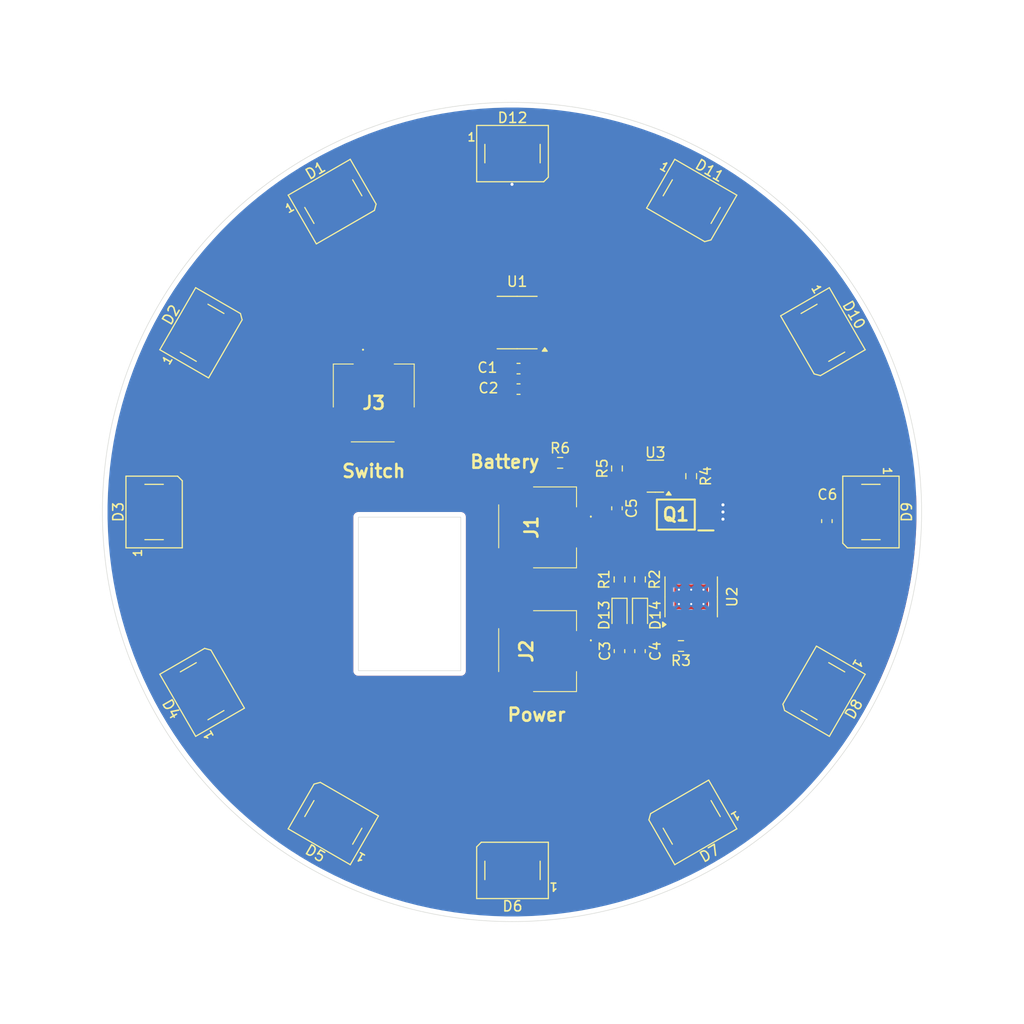
<source format=kicad_pcb>
(kicad_pcb (version 20241229) (generator "pcbnew") (generator_version "9.0")
  (layers (0 "F.Cu" signal) (2 "B.Cu" signal) (13 "F.Paste" user) (15 "B.Paste" user) (5 "F.SilkS" user "F.Silkscreen") (7 "B.SilkS" user "B.Silkscreen") (1 "F.Mask" user) (3 "B.Mask" user) (25 "Edge.Cuts" user))
  (net 0 "")
  (net 1 "Vin+")
  (net 2 "Net-(U3-VCC)")
  (net 3 "GND")
  (net 4 "DIN")
  (net 5 "DATA1")
  (net 6 "DATA2")
  (net 7 "Net-(D10-DIN)")
  (net 8 "Net-(D10-DOUT)")
  (net 9 "DOUT")
  (net 10 "Net-(D13-K)")
  (net 11 "Net-(D14-K)")
  (net 12 "SW")
  (net 13 "Net-(Q1-G2)")
  (net 14 "Net-(Q1-G1)")
  (net 17 "Net-(U3-CS)")
  (net 18 "Net-(U2-PROG)")
  (net 19 "Net-(U2-~{CHRG})")
  (net 20 "Net-(U2-~{STDBY})")
  (net 25 "Net-(D1-DOUT)")
  (net 26 "Net-(D2-DOUT)")
  (net 27 "Net-(D3-DOUT)")
  (net 28 "Net-(D5-DOUT)")
  (net 29 "Net-(D6-DOUT)")
  (net 30 "Net-(D7-DOUT)")
  (net 31 "Net-(D11-DOUT)")
  (net 32 "+BATT")
  (net 33 "-BATT")
  (footprint "SamacSys_Parts:S2BPHSM4TBLFSN" (layer "F.Cu") (at 136.5 89.35 180)
    (property "Reference" "J3" (at 0 0 0) (layer "F.SilkS") (effects (font (size 1.27 1.27) (thickness 0.254))))
    (property "Value" "Switch" (at 0 -6.65 0) (layer "F.SilkS") (effects (font (size 1.27 1.27) (thickness 0.254))))
    (pad "1" smd rect (at 1 3.25 180) (size 1 3.5) (layers "F.Cu" "F.Mask" "F.Paste") (net 12 "SW"))
    (pad "2" smd rect (at -1 3.25 180) (size 1 3.5) (layers "F.Cu" "F.Mask" "F.Paste") (net 3 "GND"))
    (pad "MP1" smd rect (at 3.35 -2.5 180) (size 1.5 3.4) (layers "F.Cu" "F.Mask" "F.Paste"))
    (pad "MP2" smd rect (at -3.35 -2.5 180) (size 1.5 3.4) (layers "F.Cu" "F.Mask" "F.Paste"))
  )
  (footprint "Resistor_SMD:R_0603_1608Metric_Pad0.98x0.95mm_HandSolder" (layer "F.Cu") (at 167.5 96.5 -90)
    (property "Reference" "R4" (at 0 -1.43 90) (layer "F.SilkS"))
    (property "Value" "1k")
    (pad "1" smd roundrect (at -0.9125 0 270) (size 0.975 0.95) (layers "F.Cu" "F.Mask" "F.Paste") (net 3 "GND"))
    (pad "2" smd roundrect (at 0.9125 0 270) (size 0.975 0.95) (layers "F.Cu" "F.Mask" "F.Paste") (net 17 "Net-(U3-CS)"))
  )
  (footprint "LED_SMD:LED_0603_1608Metric_Pad1.05x0.95mm_HandSolder" (layer "F.Cu") (at 162.5 110.0875 -90)
    (property "Reference" "D14" (at 0 -1.5 90) (layer "F.SilkS"))
    (property "Value" "Red")
    (pad "1" smd roundrect (at -0.875 0 270) (size 1.05 0.95) (layers "F.Cu" "F.Mask" "F.Paste") (net 11 "Net-(D14-K)"))
    (pad "2" smd roundrect (at 0.875 0 270) (size 1.05 0.95) (layers "F.Cu" "F.Mask" "F.Paste") (net 1 "Vin+"))
  )
  (footprint "LED_SMD:LED_0603_1608Metric_Pad1.05x0.95mm_HandSolder" (layer "F.Cu") (at 160.5 110.0875 -90)
    (property "Reference" "D13" (at 0 1.5 90) (layer "F.SilkS"))
    (property "Value" "Blue")
    (pad "1" smd roundrect (at -0.875 0 270) (size 1.05 0.95) (layers "F.Cu" "F.Mask" "F.Paste") (net 10 "Net-(D13-K)"))
    (pad "2" smd roundrect (at 0.875 0 270) (size 1.05 0.95) (layers "F.Cu" "F.Mask" "F.Paste") (net 1 "Vin+"))
  )
  (footprint "LED_SMD:LED_WS2812B_PLCC4_5.0x5.0mm_P3.2mm" (layer "F.Cu") (at 119.739111 117.5 120)
    (property "Reference" "D4" (at 0 -3.499999 120) (layer "F.SilkS"))
    (property "Value" "WS2812B")
    (fp_text user "1" (at -4 -1.599999 120) (layer "F.SilkS") (effects (font (size 0.8 0.8))))
    (pad "1" smd roundrect (at -2.45 -1.65 120) (size 1.5 0.9) (layers "F.Cu" "F.Mask" "F.Paste") (roundrect_rratio 0.1) (net 32 "+BATT"))
    (pad "2" smd roundrect (at -2.45 1.65 120) (size 1.5 0.9) (layers "F.Cu" "F.Mask" "F.Paste") (roundrect_rratio 0.1) (net 5 "DATA1"))
    (pad "3" smd roundrect (at 2.45 1.65 120) (size 1.5 0.9) (layers "F.Cu" "F.Mask" "F.Paste") (roundrect_rratio 0.1) (net 3 "GND"))
    (pad "4" smd roundrect (at 2.45 -1.65 120) (size 1.5 0.9) (layers "F.Cu" "F.Mask" "F.Paste") (roundrect_rratio 0.1) (net 27 "Net-(D3-DOUT)"))
  )
  (footprint "SamacSys_Parts:S2BPHSM4TBLFSN" (layer "F.Cu") (at 152.5 113.5875 90)
    (property "Reference" "J2" (at 0 -1.1 90) (layer "F.SilkS") (effects (font (size 1.27 1.27) (thickness 0.254))))
    (property "Value" "Power" (at -6.2125 -0.1 180) (layer "F.SilkS") (effects (font (size 1.27 1.27) (thickness 0.254))))
    (pad "1" smd rect (at 1 3.25 90) (size 1 3.5) (layers "F.Cu" "F.Mask" "F.Paste") (net 3 "GND"))
    (pad "2" smd rect (at -1 3.25 90) (size 1 3.5) (layers "F.Cu" "F.Mask" "F.Paste") (net 1 "Vin+"))
    (pad "MP1" smd rect (at 3.35 -2.5 90) (size 1.5 3.4) (layers "F.Cu" "F.Mask" "F.Paste"))
    (pad "MP2" smd rect (at -3.35 -2.5 90) (size 1.5 3.4) (layers "F.Cu" "F.Mask" "F.Paste"))
  )
  (footprint "Resistor_SMD:R_0603_1608Metric_Pad0.98x0.95mm_HandSolder" (layer "F.Cu") (at 154.7 95.2)
    (property "Reference" "R6" (at 0 -1.43 0) (layer "F.SilkS"))
    (property "Value" "0R")
    (pad "1" smd roundrect (at -0.9125 0) (size 0.975 0.95) (layers "F.Cu" "F.Mask" "F.Paste") (net 3 "GND"))
    (pad "2" smd roundrect (at 0.9125 0) (size 0.975 0.95) (layers "F.Cu" "F.Mask" "F.Paste") (net 33 "-BATT"))
  )
  (footprint "LED_SMD:LED_WS2812B_PLCC4_5.0x5.0mm_P3.2mm" (layer "F.Cu") (at 167.549999 69.68911 -30)
    (property "Reference" "D11" (at 0 -3.5 -30) (layer "F.SilkS"))
    (property "Value" "WS2812B")
    (fp_text user "1" (at -4.000001 -1.6 -30) (layer "F.SilkS") (effects (font (size 0.8 0.8))))
    (pad "1" smd roundrect (at -2.45 -1.65 330) (size 1.5 0.9) (layers "F.Cu" "F.Mask" "F.Paste") (roundrect_rratio 0.1) (net 32 "+BATT"))
    (pad "2" smd roundrect (at -2.45 1.65 330) (size 1.5 0.9) (layers "F.Cu" "F.Mask" "F.Paste") (roundrect_rratio 0.1) (net 31 "Net-(D11-DOUT)"))
    (pad "3" smd roundrect (at 2.45 1.65 330) (size 1.5 0.9) (layers "F.Cu" "F.Mask" "F.Paste") (roundrect_rratio 0.1) (net 3 "GND"))
    (pad "4" smd roundrect (at 2.45 -1.65 330) (size 1.5 0.9) (layers "F.Cu" "F.Mask" "F.Paste") (roundrect_rratio 0.1) (net 8 "Net-(D10-DOUT)"))
  )
  (footprint "Package_SO:SOIC-8_3.9x4.9mm_P1.27mm" (layer "F.Cu") (at 150.5 81.5 180)
    (property "Reference" "U1" (at 0 4 0) (layer "F.SilkS"))
    (property "Value" "ATtiny402-SS")
    (pad "1" smd roundrect (at -2.475 -1.905 180) (size 1.95 0.6) (layers "F.Cu" "F.Mask" "F.Paste") (net 32 "+BATT"))
    (pad "2" smd roundrect (at -2.475 -0.635 180) (size 1.95 0.6) (layers "F.Cu" "F.Mask" "F.Paste"))
    (pad "3" smd roundrect (at -2.475 0.635 180) (size 1.95 0.6) (layers "F.Cu" "F.Mask" "F.Paste"))
    (pad "4" smd roundrect (at -2.475 1.905 180) (size 1.95 0.6) (layers "F.Cu" "F.Mask" "F.Paste") (net 4 "DIN"))
    (pad "5" smd roundrect (at 2.475 1.905 180) (size 1.95 0.6) (layers "F.Cu" "F.Mask" "F.Paste") (net 12 "SW"))
    (pad "6" smd roundrect (at 2.475 0.635 180) (size 1.95 0.6) (layers "F.Cu" "F.Mask" "F.Paste"))
    (pad "7" smd roundrect (at 2.475 -0.635 180) (size 1.95 0.6) (layers "F.Cu" "F.Mask" "F.Paste") (net 9 "DOUT"))
    (pad "8" smd roundrect (at 2.475 -1.905 180) (size 1.95 0.6) (layers "F.Cu" "F.Mask" "F.Paste") (net 3 "GND"))
  )
  (footprint "Package_SO:SOIC-8-1EP_3.9x4.9mm_P1.27mm_EP2.41x3.3mm_ThermalVias" (layer "F.Cu") (at 167.5 108.287497 90)
    (property "Reference" "U2" (at 0 4 90) (layer "F.SilkS"))
    (property "Value" "TP4056-42-ESOP8")
    (pad "1" smd roundrect (at -2.475 -1.905 90) (size 1.95 0.6) (layers "F.Cu" "F.Mask" "F.Paste") (net 3 "GND"))
    (pad "2" smd roundrect (at -2.475 -0.635 90) (size 1.95 0.6) (layers "F.Cu" "F.Mask" "F.Paste") (net 18 "Net-(U2-PROG)"))
    (pad "3" smd roundrect (at -2.475 0.635 90) (size 1.95 0.6) (layers "F.Cu" "F.Mask" "F.Paste") (net 3 "GND"))
    (pad "4" smd roundrect (at -2.475 1.905 90) (size 1.95 0.6) (layers "F.Cu" "F.Mask" "F.Paste") (net 1 "Vin+"))
    (pad "5" smd roundrect (at 2.475 1.905 90) (size 1.95 0.6) (layers "F.Cu" "F.Mask" "F.Paste") (net 32 "+BATT"))
    (pad "6" smd roundrect (at 2.475 0.635 90) (size 1.95 0.6) (layers "F.Cu" "F.Mask" "F.Paste") (net 20 "Net-(U2-~{STDBY})"))
    (pad "7" smd roundrect (at 2.475 -0.635 90) (size 1.95 0.6) (layers "F.Cu" "F.Mask" "F.Paste") (net 19 "Net-(U2-~{CHRG})"))
    (pad "8" smd roundrect (at 2.475 -1.905 90) (size 1.95 0.6) (layers "F.Cu" "F.Mask" "F.Paste") (net 1 "Vin+"))
    (pad "9" thru_hole circle (at -0.7 -1.2 90) (size 0.5 0.5) (drill 0.2) (property pad_prop_heatsink) (layers "*.Cu") (net 3 "GND"))
    (pad "9" thru_hole circle (at -0.7 0 90) (size 0.5 0.5) (drill 0.2) (property pad_prop_heatsink) (layers "*.Cu") (net 3 "GND"))
    (pad "9" thru_hole circle (at -0.7 1.2 90) (size 0.5 0.5) (drill 0.2) (property pad_prop_heatsink) (layers "*.Cu") (net 3 "GND"))
    (pad "9" smd rect (at 0 0 90) (size 1.9 2.9) (property pad_prop_heatsink) (layers "B.Cu") (net 3 "GND"))
    (pad "9" smd rect (at 0 0 90) (size 2.41 3.3) (property pad_prop_heatsink) (layers "F.Cu" "F.Mask") (net 3 "GND"))
    (pad "9" thru_hole circle (at 0.7 -1.2 90) (size 0.5 0.5) (drill 0.2) (property pad_prop_heatsink) (layers "*.Cu") (net 3 "GND"))
    (pad "9" thru_hole circle (at 0.7 0 90) (size 0.5 0.5) (drill 0.2) (property pad_prop_heatsink) (layers "*.Cu") (net 3 "GND"))
    (pad "9" thru_hole circle (at 0.7 1.2 90) (size 0.5 0.5) (drill 0.2) (property pad_prop_heatsink) (layers "*.Cu") (net 3 "GND"))
  )
  (footprint "LED_SMD:LED_WS2812B_PLCC4_5.0x5.0mm_P3.2mm" (layer "F.Cu") (at 115.05 100 90)
    (property "Reference" "D3" (at 0 -3.5 90) (layer "F.SilkS"))
    (property "Value" "WS2812B")
    (fp_text user "1" (at -4 -1.6 90) (layer "F.SilkS") (effects (font (size 0.8 0.8))))
    (pad "1" smd roundrect (at -2.45 -1.65 90) (size 1.5 0.9) (layers "F.Cu" "F.Mask" "F.Paste") (roundrect_rratio 0.1) (net 32 "+BATT"))
    (pad "2" smd roundrect (at -2.45 1.65 90) (size 1.5 0.9) (layers "F.Cu" "F.Mask" "F.Paste") (roundrect_rratio 0.1) (net 27 "Net-(D3-DOUT)"))
    (pad "3" smd roundrect (at 2.45 1.65 90) (size 1.5 0.9) (layers "F.Cu" "F.Mask" "F.Paste") (roundrect_rratio 0.1) (net 3 "GND"))
    (pad "4" smd roundrect (at 2.45 -1.65 90) (size 1.5 0.9) (layers "F.Cu" "F.Mask" "F.Paste") (roundrect_rratio 0.1) (net 26 "Net-(D2-DOUT)"))
  )
  (footprint "LED_SMD:LED_WS2812B_PLCC4_5.0x5.0mm_P3.2mm" (layer "F.Cu") (at 180.360889 82.499999 -60)
    (property "Reference" "D10" (at 0 -3.499999 -60) (layer "F.SilkS"))
    (property "Value" "WS2812B")
    (fp_text user "1" (at -4.000001 -1.6 -60) (layer "F.SilkS") (effects (font (size 0.8 0.8))))
    (pad "1" smd roundrect (at -2.45 -1.65 300) (size 1.5 0.9) (layers "F.Cu" "F.Mask" "F.Paste") (roundrect_rratio 0.1) (net 32 "+BATT"))
    (pad "2" smd roundrect (at -2.45 1.65 300) (size 1.5 0.9) (layers "F.Cu" "F.Mask" "F.Paste") (roundrect_rratio 0.1) (net 8 "Net-(D10-DOUT)"))
    (pad "3" smd roundrect (at 2.45 1.65 300) (size 1.5 0.9) (layers "F.Cu" "F.Mask" "F.Paste") (roundrect_rratio 0.1) (net 3 "GND"))
    (pad "4" smd roundrect (at 2.45 -1.65 300) (size 1.5 0.9) (layers "F.Cu" "F.Mask" "F.Paste") (roundrect_rratio 0.1) (net 7 "Net-(D10-DIN)"))
  )
  (footprint "Package_TO_SOT_SMD:SOT-23-6" (layer "F.Cu") (at 164 96.5 180)
    (property "Reference" "U3" (at 0 2.3 0) (layer "F.SilkS"))
    (property "Value" "DW01A")
    (pad "1" smd roundrect (at -1.1375 -0.95 180) (size 1.325 0.6) (layers "F.Cu" "F.Mask" "F.Paste") (net 13 "Net-(Q1-G2)"))
    (pad "2" smd roundrect (at -1.1375 0 180) (size 1.325 0.6) (layers "F.Cu" "F.Mask" "F.Paste") (net 17 "Net-(U3-CS)"))
    (pad "3" smd roundrect (at -1.1375 0.95 180) (size 1.325 0.6) (layers "F.Cu" "F.Mask" "F.Paste") (net 14 "Net-(Q1-G1)"))
    (pad "4" smd roundrect (at 1.1375 0.95 180) (size 1.325 0.6) (layers "F.Cu" "F.Mask" "F.Paste"))
    (pad "5" smd roundrect (at 1.1375 0 180) (size 1.325 0.6) (layers "F.Cu" "F.Mask" "F.Paste") (net 2 "Net-(U3-VCC)"))
    (pad "6" smd roundrect (at 1.1375 -0.95 180) (size 1.325 0.6) (layers "F.Cu" "F.Mask" "F.Paste") (net 33 "-BATT"))
  )
  (footprint "Capacitor_SMD:C_0603_1608Metric_Pad1.08x0.95mm_HandSolder" (layer "F.Cu") (at 162.5 113.587497 90)
    (property "Reference" "C4" (at 0 1.5 90) (layer "F.SilkS"))
    (property "Value" "100n")
    (pad "1" smd roundrect (at -0.8625 0 90) (size 1.075 0.95) (layers "F.Cu" "F.Mask" "F.Paste") (net 1 "Vin+"))
    (pad "2" smd roundrect (at 0.8625 0 90) (size 1.075 0.95) (layers "F.Cu" "F.Mask" "F.Paste") (net 3 "GND"))
  )
  (footprint "LED_SMD:LED_WS2812B_PLCC4_5.0x5.0mm_P3.2mm" (layer "F.Cu") (at 119.739111 82.499999 60)
    (property "Reference" "D2" (at 0 -3.499999 60) (layer "F.SilkS"))
    (property "Value" "WS2812B")
    (fp_text user "1" (at -3.999999 -1.6 60) (layer "F.SilkS") (effects (font (size 0.8 0.8))))
    (pad "1" smd roundrect (at -2.45 -1.65 60) (size 1.5 0.9) (layers "F.Cu" "F.Mask" "F.Paste") (roundrect_rratio 0.1) (net 32 "+BATT"))
    (pad "2" smd roundrect (at -2.45 1.65 60) (size 1.5 0.9) (layers "F.Cu" "F.Mask" "F.Paste") (roundrect_rratio 0.1) (net 26 "Net-(D2-DOUT)"))
    (pad "3" smd roundrect (at 2.45 1.65 60) (size 1.5 0.9) (layers "F.Cu" "F.Mask" "F.Paste") (roundrect_rratio 0.1) (net 3 "GND"))
    (pad "4" smd roundrect (at 2.45 -1.65 60) (size 1.5 0.9) (layers "F.Cu" "F.Mask" "F.Paste") (roundrect_rratio 0.1) (net 25 "Net-(D1-DOUT)"))
  )
  (footprint "Resistor_SMD:R_0603_1608Metric_Pad0.98x0.95mm_HandSolder" (layer "F.Cu") (at 160.25 95.75 90)
    (property "Reference" "R5" (at 0 -1.43 90) (layer "F.SilkS"))
    (property "Value" "100")
    (pad "1" smd roundrect (at -0.9125 0 90) (size 0.975 0.95) (layers "F.Cu" "F.Mask" "F.Paste") (net 2 "Net-(U3-VCC)"))
    (pad "2" smd roundrect (at 0.9125 0 90) (size 0.975 0.95) (layers "F.Cu" "F.Mask" "F.Paste") (net 32 "+BATT"))
  )
  (footprint "LED_SMD:LED_WS2812B_PLCC4_5.0x5.0mm_P3.2mm" (layer "F.Cu") (at 167.549999 130.310889 -150)
    (property "Reference" "D7" (at 0 -3.499999 -150) (layer "F.SilkS"))
    (property "Value" "WS2812B")
    (fp_text user "1" (at -4 -1.599999 -150) (layer "F.SilkS") (effects (font (size 0.8 0.8))))
    (pad "1" smd roundrect (at -2.45 -1.65 210) (size 1.5 0.9) (layers "F.Cu" "F.Mask" "F.Paste") (roundrect_rratio 0.1) (net 32 "+BATT"))
    (pad "2" smd roundrect (at -2.45 1.65 210) (size 1.5 0.9) (layers "F.Cu" "F.Mask" "F.Paste") (roundrect_rratio 0.1) (net 30 "Net-(D7-DOUT)"))
    (pad "3" smd roundrect (at 2.45 1.65 210) (size 1.5 0.9) (layers "F.Cu" "F.Mask" "F.Paste") (roundrect_rratio 0.1) (net 3 "GND"))
    (pad "4" smd roundrect (at 2.45 -1.65 210) (size 1.5 0.9) (layers "F.Cu" "F.Mask" "F.Paste") (roundrect_rratio 0.1) (net 29 "Net-(D6-DOUT)"))
  )
  (footprint "Capacitor_SMD:C_0603_1608Metric_Pad1.08x0.95mm_HandSolder" (layer "F.Cu") (at 160.5 113.5875 90)
    (property "Reference" "C3" (at 0 -1.43 90) (layer "F.SilkS"))
    (property "Value" "10u")
    (pad "1" smd roundrect (at -0.8625 0 90) (size 1.075 0.95) (layers "F.Cu" "F.Mask" "F.Paste") (net 1 "Vin+"))
    (pad "2" smd roundrect (at 0.8625 0 90) (size 1.075 0.95) (layers "F.Cu" "F.Mask" "F.Paste") (net 3 "GND"))
  )
  (footprint "Capacitor_SMD:C_0603_1608Metric_Pad1.08x0.95mm_HandSolder" (layer "F.Cu") (at 150.6375 88 180)
    (property "Reference" "C2" (at 2.9375 0.1 0) (layer "F.SilkS"))
    (property "Value" "100n")
    (pad "1" smd roundrect (at -0.8625 0 180) (size 1.075 0.95) (layers "F.Cu" "F.Mask" "F.Paste") (net 32 "+BATT"))
    (pad "2" smd roundrect (at 0.8625 0 180) (size 1.075 0.95) (layers "F.Cu" "F.Mask" "F.Paste") (net 3 "GND"))
  )
  (footprint "SamacSys_Parts:S2BPHSM4TBLFSN" (layer "F.Cu") (at 152.5 101.5 90)
    (property "Reference" "J1" (at 0 -0.6 90) (layer "F.SilkS") (effects (font (size 1.27 1.27) (thickness 0.254))))
    (property "Value" "Battery" (at 6.4 -3.2 180) (layer "F.SilkS") (effects (font (size 1.27 1.27) (thickness 0.254))))
    (pad "1" smd rect (at 1 3.25 90) (size 1 3.5) (layers "F.Cu" "F.Mask" "F.Paste") (net 33 "-BATT"))
    (pad "2" smd rect (at -1 3.25 90) (size 1 3.5) (layers "F.Cu" "F.Mask" "F.Paste") (net 32 "+BATT"))
    (pad "MP1" smd rect (at 3.35 -2.5 90) (size 1.5 3.4) (layers "F.Cu" "F.Mask" "F.Paste"))
    (pad "MP2" smd rect (at -3.35 -2.5 90) (size 1.5 3.4) (layers "F.Cu" "F.Mask" "F.Paste"))
  )
  (footprint "Capacitor_SMD:C_0603_1608Metric_Pad1.08x0.95mm_HandSolder" (layer "F.Cu") (at 180.75 100.8875 -90)
    (property "Reference" "C6" (at -2.5875 -0.05 0) (layer "F.SilkS"))
    (property "Value" "10u")
    (pad "1" smd roundrect (at -0.8625 0 270) (size 1.075 0.95) (layers "F.Cu" "F.Mask" "F.Paste") (net 32 "+BATT"))
    (pad "2" smd roundrect (at 0.8625 0 270) (size 1.075 0.95) (layers "F.Cu" "F.Mask" "F.Paste") (net 3 "GND"))
  )
  (footprint "LED_SMD:LED_WS2812B_PLCC4_5.0x5.0mm_P3.2mm" (layer "F.Cu") (at 132.55 69.68911 30)
    (property "Reference" "D1" (at 0 -3.5 30) (layer "F.SilkS"))
    (property "Value" "WS2812B")
    (fp_text user "1" (at -3.999999 -1.6 30) (layer "F.SilkS") (effects (font (size 0.8 0.8))))
    (pad "1" smd roundrect (at -2.45 -1.65 30) (size 1.5 0.9) (layers "F.Cu" "F.Mask" "F.Paste") (roundrect_rratio 0.1) (net 32 "+BATT"))
    (pad "2" smd roundrect (at -2.45 1.65 30) (size 1.5 0.9) (layers "F.Cu" "F.Mask" "F.Paste") (roundrect_rratio 0.1) (net 25 "Net-(D1-DOUT)"))
    (pad "3" smd roundrect (at 2.45 1.65 30) (size 1.5 0.9) (layers "F.Cu" "F.Mask" "F.Paste") (roundrect_rratio 0.1) (net 3 "GND"))
    (pad "4" smd roundrect (at 2.45 -1.65 30) (size 1.5 0.9) (layers "F.Cu" "F.Mask" "F.Paste") (roundrect_rratio 0.1) (net 4 "DIN"))
  )
  (footprint "LED_SMD:LED_WS2812B_PLCC4_5.0x5.0mm_P3.2mm" (layer "F.Cu") (at 180.360889 117.499999 -120)
    (property "Reference" "D8" (at 0 -3.499999 -120) (layer "F.SilkS"))
    (property "Value" "WS2812B")
    (fp_text user "1" (at -4 -1.599999 -120) (layer "F.SilkS") (effects (font (size 0.8 0.8))))
    (pad "1" smd roundrect (at -2.45 -1.65 240) (size 1.5 0.9) (layers "F.Cu" "F.Mask" "F.Paste") (roundrect_rratio 0.1) (net 32 "+BATT"))
    (pad "2" smd roundrect (at -2.45 1.65 240) (size 1.5 0.9) (layers "F.Cu" "F.Mask" "F.Paste") (roundrect_rratio 0.1) (net 6 "DATA2"))
    (pad "3" smd roundrect (at 2.45 1.65 240) (size 1.5 0.9) (layers "F.Cu" "F.Mask" "F.Paste") (roundrect_rratio 0.1) (net 3 "GND"))
    (pad "4" smd roundrect (at 2.45 -1.65 240) (size 1.5 0.9) (layers "F.Cu" "F.Mask" "F.Paste") (roundrect_rratio 0.1) (net 30 "Net-(D7-DOUT)"))
  )
  (footprint "Resistor_SMD:R_0603_1608Metric_Pad0.98x0.95mm_HandSolder" (layer "F.Cu") (at 160.5 106.5875 -90)
    (property "Reference" "R1" (at 0 1.5 90) (layer "F.SilkS"))
    (property "Value" "1k")
    (pad "1" smd roundrect (at -0.9125 0 270) (size 0.975 0.95) (layers "F.Cu" "F.Mask" "F.Paste") (net 20 "Net-(U2-~{STDBY})"))
    (pad "2" smd roundrect (at 0.9125 0 270) (size 0.975 0.95) (layers "F.Cu" "F.Mask" "F.Paste") (net 10 "Net-(D13-K)"))
  )
  (footprint "Capacitor_SMD:C_0603_1608Metric_Pad1.08x0.95mm_HandSolder" (layer "F.Cu") (at 160.25 99.6375 -90)
    (property "Reference" "C5" (at 0 -1.43 90) (layer "F.SilkS"))
    (property "Value" "100n")
    (pad "1" smd roundrect (at -0.8625 0 270) (size 1.075 0.95) (layers "F.Cu" "F.Mask" "F.Paste") (net 2 "Net-(U3-VCC)"))
    (pad "2" smd roundrect (at 0.8625 0 270) (size 1.075 0.95) (layers "F.Cu" "F.Mask" "F.Paste") (net 33 "-BATT"))
  )
  (footprint "LED_SMD:LED_WS2812B_PLCC4_5.0x5.0mm_P3.2mm" (layer "F.Cu") (at 150.05 65)
    (property "Reference" "D12" (at 0 -3.5 0) (layer "F.SilkS"))
    (property "Value" "WS2812B")
    (fp_text user "1" (at -4 -1.6 0) (layer "F.SilkS") (effects (font (size 0.8 0.8))))
    (pad "1" smd roundrect (at -2.45 -1.65) (size 1.5 0.9) (layers "F.Cu" "F.Mask" "F.Paste") (roundrect_rratio 0.1) (net 32 "+BATT"))
    (pad "2" smd roundrect (at -2.45 1.65) (size 1.5 0.9) (layers "F.Cu" "F.Mask" "F.Paste") (roundrect_rratio 0.1) (net 9 "DOUT"))
    (pad "3" smd roundrect (at 2.45 1.65) (size 1.5 0.9) (layers "F.Cu" "F.Mask" "F.Paste") (roundrect_rratio 0.1) (net 3 "GND"))
    (pad "4" smd roundrect (at 2.45 -1.65) (size 1.5 0.9) (layers "F.Cu" "F.Mask" "F.Paste") (roundrect_rratio 0.1) (net 31 "Net-(D11-DOUT)"))
  )
  (footprint "Resistor_SMD:R_0603_1608Metric_Pad0.98x0.95mm_HandSolder" (layer "F.Cu") (at 162.5 106.5875 -90)
    (property "Reference" "R2" (at 0 -1.43 90) (layer "F.SilkS"))
    (property "Value" "1k")
    (pad "1" smd roundrect (at -0.9125 0 270) (size 0.975 0.95) (layers "F.Cu" "F.Mask" "F.Paste") (net 19 "Net-(U2-~{CHRG})"))
    (pad "2" smd roundrect (at 0.9125 0 270) (size 0.975 0.95) (layers "F.Cu" "F.Mask" "F.Paste") (net 11 "Net-(D14-K)"))
  )
  (footprint "Resistor_SMD:R_0603_1608Metric_Pad0.98x0.95mm_HandSolder" (layer "F.Cu") (at 166.5 113.0875 180)
    (property "Reference" "R3" (at 0 -1.43 0) (layer "F.SilkS"))
    (property "Value" "R")
    (pad "1" smd roundrect (at -0.9125 0 180) (size 0.975 0.95) (layers "F.Cu" "F.Mask" "F.Paste") (net 3 "GND"))
    (pad "2" smd roundrect (at 0.9125 0 180) (size 0.975 0.95) (layers "F.Cu" "F.Mask" "F.Paste") (net 18 "Net-(U2-PROG)"))
  )
  (footprint "LED_SMD:LED_WS2812B_PLCC4_5.0x5.0mm_P3.2mm" (layer "F.Cu") (at 185.05 100 -90)
    (property "Reference" "D9" (at 0 -3.5 -90) (layer "F.SilkS"))
    (property "Value" "WS2812B")
    (fp_text user "1" (at -4 -1.6 -90) (layer "F.SilkS") (effects (font (size 0.8 0.8))))
    (pad "1" smd roundrect (at -2.45 -1.65 270) (size 1.5 0.9) (layers "F.Cu" "F.Mask" "F.Paste") (roundrect_rratio 0.1) (net 32 "+BATT"))
    (pad "2" smd roundrect (at -2.45 1.65 270) (size 1.5 0.9) (layers "F.Cu" "F.Mask" "F.Paste") (roundrect_rratio 0.1) (net 7 "Net-(D10-DIN)"))
    (pad "3" smd roundrect (at 2.45 1.65 270) (size 1.5 0.9) (layers "F.Cu" "F.Mask" "F.Paste") (roundrect_rratio 0.1) (net 3 "GND"))
    (pad "4" smd roundrect (at 2.45 -1.65 270) (size 1.5 0.9) (layers "F.Cu" "F.Mask" "F.Paste") (roundrect_rratio 0.1) (net 6 "DATA2"))
  )
  (footprint "Capacitor_SMD:C_0603_1608Metric_Pad1.08x0.95mm_HandSolder" (layer "F.Cu") (at 150.6375 86 180)
    (property "Reference" "C1" (at 3.0375 0.1 0) (layer "F.SilkS"))
    (property "Value" "1u")
    (pad "1" smd roundrect (at -0.8625 0 180) (size 1.075 0.95) (layers "F.Cu" "F.Mask" "F.Paste") (net 32 "+BATT"))
    (pad "2" smd roundrect (at 0.8625 0 180) (size 1.075 0.95) (layers "F.Cu" "F.Mask" "F.Paste") (net 3 "GND"))
  )
  (footprint "LED_SMD:LED_WS2812B_PLCC4_5.0x5.0mm_P3.2mm" (layer "F.Cu") (at 150.05 135 180)
    (property "Reference" "D6" (at 0.000001 -3.5 180) (layer "F.SilkS"))
    (property "Value" "WS2812B")
    (fp_text user "1" (at -4 -1.6 180) (layer "F.SilkS") (effects (font (size 0.8 0.8))))
    (pad "1" smd roundrect (at -2.45 -1.65 180) (size 1.5 0.9) (layers "F.Cu" "F.Mask" "F.Paste") (roundrect_rratio 0.1) (net 32 "+BATT"))
    (pad "2" smd roundrect (at -2.45 1.65 180) (size 1.5 0.9) (layers "F.Cu" "F.Mask" "F.Paste") (roundrect_rratio 0.1) (net 29 "Net-(D6-DOUT)"))
    (pad "3" smd roundrect (at 2.45 1.65 180) (size 1.5 0.9) (layers "F.Cu" "F.Mask" "F.Paste") (roundrect_rratio 0.1) (net 3 "GND"))
    (pad "4" smd roundrect (at 2.45 -1.65 180) (size 1.5 0.9) (layers "F.Cu" "F.Mask" "F.Paste") (roundrect_rratio 0.1) (net 28 "Net-(D5-DOUT)"))
  )
  (footprint "LED_SMD:LED_WS2812B_PLCC4_5.0x5.0mm_P3.2mm" (layer "F.Cu") (at 132.55 130.310889 150)
    (property "Reference" "D5" (at 0 -3.499999 150) (layer "F.SilkS"))
    (property "Value" "WS2812B")
    (fp_text user "1" (at -4 -1.599999 150) (layer "F.SilkS") (effects (font (size 0.8 0.8))))
    (pad "1" smd roundrect (at -2.45 -1.65 150) (size 1.5 0.9) (layers "F.Cu" "F.Mask" "F.Paste") (roundrect_rratio 0.1) (net 32 "+BATT"))
    (pad "2" smd roundrect (at -2.45 1.65 150) (size 1.5 0.9) (layers "F.Cu" "F.Mask" "F.Paste") (roundrect_rratio 0.1) (net 28 "Net-(D5-DOUT)"))
    (pad "3" smd roundrect (at 2.45 1.65 150) (size 1.5 0.9) (layers "F.Cu" "F.Mask" "F.Paste") (roundrect_rratio 0.1) (net 3 "GND"))
    (pad "4" smd roundrect (at 2.45 -1.65 150) (size 1.5 0.9) (layers "F.Cu" "F.Mask" "F.Paste") (roundrect_rratio 0.1) (net 5 "DATA1"))
  )
  (footprint "SamacSys_Parts:SOP65P640X120-8N" (layer "F.Cu") (at 166 100.25 180)
    (property "Reference" "Q1" (at 0 0 0) (layer "F.SilkS") (effects (font (size 1.27 1.27) (thickness 0.254))))
    (property "Value" "FS8205A" (hide yes))
    (pad "1" smd rect (at -2.938 -0.975 270) (size 0.45 1.475) (layers "F.Cu" "F.Mask" "F.Paste"))
    (pad "2" smd rect (at -2.938 -0.325 270) (size 0.45 1.475) (layers "F.Cu" "F.Mask" "F.Paste") (net 3 "GND"))
    (pad "3" smd rect (at -2.938 0.325 270) (size 0.45 1.475) (layers "F.Cu" "F.Mask" "F.Paste") (net 3 "GND"))
    (pad "4" smd rect (at -2.938 0.975 270) (size 0.45 1.475) (layers "F.Cu" "F.Mask" "F.Paste") (net 14 "Net-(Q1-G1)"))
    (pad "5" smd rect (at 2.938 0.975 270) (size 0.45 1.475) (layers "F.Cu" "F.Mask" "F.Paste") (net 13 "Net-(Q1-G2)"))
    (pad "6" smd rect (at 2.938 0.325 270) (size 0.45 1.475) (layers "F.Cu" "F.Mask" "F.Paste") (net 33 "-BATT"))
    (pad "7" smd rect (at 2.938 -0.325 270) (size 0.45 1.475) (layers "F.Cu" "F.Mask" "F.Paste") (net 33 "-BATT"))
    (pad "8" smd rect (at 2.938 -0.975 270) (size 0.45 1.475) (layers "F.Cu" "F.Mask" "F.Paste"))
  )
  (gr_arc (start 184.938869 117.269784) (mid 111.793067 92.30583) (end 188.9 97.6) (stroke (width 0.6)) (layer "F.Cu") (net 32))
  (gr_rect (start 135 100.5) (end 145 115.5) (stroke (width 0.05)) (fill no) (layer "Edge.Cuts"))
  (gr_circle (center 150 100) (end 190 100) (stroke (width 0.05)) (fill no) (layer "Edge.Cuts"))
  (segment (start 153.25 111.75) (end 153.25 114) (width 0.2) (layer "F.Cu") (net 1))
  (segment (start 153.25 114) (end 153.8375 114.5875) (width 0.2) (layer "F.Cu") (net 1))
  (segment (start 169.5 113.5875) (end 169.5 110.857497) (width 0.5) (layer "F.Cu") (net 1))
  (segment (start 160.5 110.9625) (end 162.5 110.9625) (width 0.2) (layer "F.Cu") (net 1))
  (segment (start 164 106.75) (end 164 110) (width 0.2) (layer "F.Cu") (net 1))
  (segment (start 164 110) (end 163.0375 110.9625) (width 0.2) (layer "F.Cu") (net 1))
  (segment (start 153.8375 114.5875) (end 155.750001 114.5875) (width 0.2) (layer "F.Cu") (net 1))
  (segment (start 154.0375 110.9625) (end 153.25 111.75) (width 0.2) (layer "F.Cu") (net 1))
  (segment (start 165.595 105.812497) (end 164.937503 105.812497) (width 0.2) (layer "F.Cu") (net 1))
  (segment (start 168.5 114.5875) (end 169.5 113.5875) (width 0.5) (layer "F.Cu") (net 1))
  (segment (start 160.5 110.9625) (end 154.0375 110.9625) (width 0.2) (layer "F.Cu") (net 1))
  (segment (start 163.0375 110.9625) (end 162.5 110.9625) (width 0.2) (layer "F.Cu") (net 1))
  (segment (start 155.750001 114.5875) (end 168.5 114.5875) (width 0.5) (layer "F.Cu") (net 1))
  (segment (start 169.5 110.857497) (end 169.405 110.762497) (width 0.5) (layer "F.Cu") (net 1))
  (segment (start 164.937503 105.812497) (end 164 106.75) (width 0.2) (layer "F.Cu") (net 1))
  (segment (start 160.25 96.6625) (end 160.25 98.775) (width 0.2) (layer "F.Cu") (net 2))
  (segment (start 160.4125 96.5) (end 160.25 96.6625) (width 0.2) (layer "F.Cu") (net 2))
  (segment (start 162.8625 96.5) (end 160.4125 96.5) (width 0.2) (layer "F.Cu") (net 2))
  (segment (start 170.15 100.25) (end 169.825 100.575) (width 0.4) (layer "F.Cu") (net 3))
  (segment (start 166.3 108.987497) (end 165.595 109.692497) (width 0.2) (layer "F.Cu") (net 3))
  (segment (start 160.3625 112.5875) (end 160.5 112.725) (width 0.2) (layer "F.Cu") (net 3))
  (segment (start 168.7 108.987497) (end 168.135 109.552497) (width 0.5) (layer "F.Cu") (net 3))
  (segment (start 169.825 100.575) (end 168.938 100.575) (width 0.4) (layer "F.Cu") (net 3))
  (segment (start 164.7 110.7) (end 164.762497 110.762497) (width 0.2) (layer "F.Cu") (net 3))
  (segment (start 164.7 109.187497) (end 164.7 110.7) (width 0.2) (layer "F.Cu") (net 3))
  (segment (start 168.135 109.552497) (end 168.135 110.762497) (width 0.5) (layer "F.Cu") (net 3))
  (segment (start 167.4125 113.0875) (end 168.135 112.365) (width 0.5) (layer "F.Cu") (net 3))
  (segment (start 155.75 112.5875) (end 160.3625 112.5875) (width 0.2) (layer "F.Cu") (net 3))
  (segment (start 168.938 99.925) (end 169.825 99.925) (width 0.4) (layer "F.Cu") (net 3))
  (segment (start 164.762497 110.762497) (end 165.595 110.762497) (width 0.2) (layer "F.Cu") (net 3))
  (segment (start 169.825 99.925) (end 170.15 100.25) (width 0.4) (layer "F.Cu") (net 3))
  (segment (start 168.135 109.622497) (end 168.135 110.762497) (width 0.5) (layer "F.Cu") (net 3))
  (segment (start 166.3 107.587497) (end 164.7 109.187497) (width 0.2) (layer "F.Cu") (net 3))
  (segment (start 165.595 109.692497) (end 165.595 110.762497) (width 0.2) (layer "F.Cu") (net 3))
  (segment (start 168.135 112.365) (end 168.135 110.762497) (width 0.5) (layer "F.Cu") (net 3))
  (segment (start 167.5 108.987497) (end 168.135 109.622497) (width 0.5) (layer "F.Cu") (net 3))
  (via (at 170.6 100) (size 0.6) (drill 0.3) (layers "F.Cu" "B.Cu") (net 3))
  (via (at 170.6 99.3) (size 0.6) (drill 0.3) (layers "F.Cu" "B.Cu") (net 3))
  (via (at 170.6 100.7) (size 0.6) (drill 0.3) (layers "F.Cu" "B.Cu") (net 3))
  (via (at 150 68) (size 0.6) (drill 0.3) (layers "F.Cu" "B.Cu") (net 3))
  (segment (start 140.415168 67.035168) (end 152.975 79.595) (width 0.2) (layer "F.Cu") (net 4))
  (segment (start 133.846762 67.035168) (end 140.415168 67.035168) (width 0.2) (layer "F.Cu") (net 4))
  (segment (start 122.393053 123.304646) (end 129.603238 130.514831) (width 0.2) (layer "F.Cu") (net 5))
  (segment (start 122.393053 118.796762) (end 122.393053 123.304646) (width 0.2) (layer "F.Cu") (net 5))
  (segment (start 186.5 108.210184) (end 186.5 102.65) (width 0.2) (layer "F.Cu") (net 6))
  (segment (start 186.5 102.65) (end 186.7 102.45) (width 0.2) (layer "F.Cu") (net 6))
  (segment (start 180.156947 114.553237) (end 186.5 108.210184) (width 0.2) (layer "F.Cu") (net 6))
  (segment (start 183.4 97.55) (end 183.4 84.18193) (width 0.2) (layer "F.Cu") (net 7))
  (segment (start 183.4 84.18193) (end 183.014831 83.796761) (width 0.2) (layer "F.Cu") (net 7))
  (segment (start 177.706947 81.203237) (end 177.706947 76.695354) (width 0.2) (layer "F.Cu") (net 8))
  (segment (start 177.706947 76.695354) (end 170.496761 69.485168) (width 0.2) (layer "F.Cu") (net 8))
  (segment (start 154.251 79.935968) (end 153.990968 80.196) (width 0.2) (layer "F.Cu") (net 9))
  (segment (start 153.990968 80.196) (end 150.310968 80.196) (width 0.2) (layer "F.Cu") (net 9))
  (segment (start 148.371968 82.135) (end 148.025 82.135) (width 0.2) (layer "F.Cu") (net 9))
  (segment (start 147.6 66.65) (end 154.251 73.301) (width 0.2) (layer "F.Cu") (net 9))
  (segment (start 154.251 73.301) (end 154.251 79.935968) (width 0.2) (layer "F.Cu") (net 9))
  (segment (start 150.310968 80.196) (end 148.371968 82.135) (width 0.2) (layer "F.Cu") (net 9))
  (segment (start 160.5 107.5) (end 160.5 109.2125) (width 0.2) (layer "F.Cu") (net 10))
  (segment (start 162.5 107.5) (end 162.5 109.2125) (width 0.2) (layer "F.Cu") (net 11))
  (segment (start 140.755 79.595) (end 135.5 84.85) (width 0.2) (layer "F.Cu") (net 12))
  (segment (start 135.5 84.85) (end 135.5 86.1) (width 0.2) (layer "F.Cu") (net 12))
  (segment (start 148.025 79.595) (end 140.755 79.595) (width 0.2) (layer "F.Cu") (net 12))
  (segment (start 165.1375 98.1625) (end 165.1375 97.45) (width 0.2) (layer "F.Cu") (net 13))
  (segment (start 164.025 99.275) (end 165.1375 98.1625) (width 0.2) (layer "F.Cu") (net 13))
  (segment (start 163.062 99.275) (end 164.025 99.275) (width 0.2) (layer "F.Cu") (net 13))
  (segment (start 165.1375 95.55) (end 166.05 95.55) (width 0.2) (layer "F.Cu") (net 14))
  (segment (start 168.938 97.188) (end 168.938 99.275) (width 0.2) (layer "F.Cu") (net 14))
  (segment (start 166.05 95.55) (end 167 96.5) (width 0.2) (layer "F.Cu") (net 14))
  (segment (start 168.25 96.5) (end 168.938 97.188) (width 0.2) (layer "F.Cu") (net 14))
  (segment (start 167 96.5) (end 168.25 96.5) (width 0.2) (layer "F.Cu") (net 14))
  (segment (start 166.8125 97.4125) (end 165.9 96.5) (width 0.2) (layer "F.Cu") (net 17))
  (segment (start 167.5 97.4125) (end 166.8125 97.4125) (width 0.2) (layer "F.Cu") (net 17))
  (segment (start 165.9 96.5) (end 165.1375 96.5) (width 0.2) (layer "F.Cu") (net 17))
  (segment (start 166.865 111.635) (end 165.5875 112.9125) (width 0.2) (layer "F.Cu") (net 18))
  (segment (start 166.865 110.762497) (end 166.865 111.635) (width 0.2) (layer "F.Cu") (net 18))
  (segment (start 165.5875 112.9125) (end 165.5875 113.0875) (width 0.2) (layer "F.Cu") (net 18))
  (segment (start 166.638751 104.5) (end 166.865 104.726249) (width 0.2) (layer "F.Cu") (net 19))
  (segment (start 163 104.5) (end 166.638751 104.5) (width 0.2) (layer "F.Cu") (net 19))
  (segment (start 162.5 105) (end 163 104.5) (width 0.2) (layer "F.Cu") (net 19))
  (segment (start 162.5 105.675) (end 162.5 105) (width 0.2) (layer "F.Cu") (net 19))
  (segment (start 166.865 104.726249) (end 166.865 105.812497) (width 0.2) (layer "F.Cu") (net 19))
  (segment (start 168.135 104.635) (end 168.135 105.812497) (width 0.2) (layer "F.Cu") (net 20))
  (segment (start 161.5875 104) (end 167.5 104) (width 0.2) (layer "F.Cu") (net 20))
  (segment (start 160.5 105.675) (end 160.5 105.0875) (width 0.2) (layer "F.Cu") (net 20))
  (segment (start 160.5 105.0875) (end 161.5875 104) (width 0.2) (layer "F.Cu") (net 20))
  (segment (start 167.5 104) (end 168.135 104.635) (width 0.2) (layer "F.Cu") (net 20))
  (segment (start 126.745354 72.343052) (end 119.535169 79.553237) (width 0.2) (layer "F.Cu") (net 25))
  (segment (start 131.253238 72.343052) (end 126.745354 72.343052) (width 0.2) (layer "F.Cu") (net 25))
  (segment (start 119.943053 85.446761) (end 113.5 91.889814) (width 0.2) (layer "F.Cu") (net 26))
  (segment (start 113.5 91.889814) (end 113.5 97.45) (width 0.2) (layer "F.Cu") (net 26))
  (segment (start 113.5 97.45) (end 113.4 97.55) (width 0.2) (layer "F.Cu") (net 26))
  (segment (start 116.7 102.45) (end 116.7 115.818069) (width 0.2) (layer "F.Cu") (net 27))
  (segment (start 116.7 115.818069) (end 117.085169 116.203238) (width 0.2) (layer "F.Cu") (net 27))
  (segment (start 135.496762 130.106947) (end 135.496762 130.246762) (width 0.2) (layer "F.Cu") (net 28))
  (segment (start 141.9 136.65) (end 147.6 136.65) (width 0.2) (layer "F.Cu") (net 28))
  (segment (start 135.496762 130.246762) (end 141.9 136.65) (width 0.2) (layer "F.Cu") (net 28))
  (segment (start 152.5 133.35) (end 165.868068 133.35) (width 0.2) (layer "F.Cu") (net 29))
  (segment (start 165.868068 133.35) (end 166.253237 132.964831) (width 0.2) (layer "F.Cu") (net 29))
  (segment (start 168.846761 127.656947) (end 173.354645 127.656947) (width 0.2) (layer "F.Cu") (net 30))
  (segment (start 173.354645 127.656947) (end 180.564831 120.446761) (width 0.2) (layer "F.Cu") (net 30))
  (segment (start 157.75 63.25) (end 152.6 63.25) (width 0.2) (layer "F.Cu") (net 31))
  (segment (start 164.393052 69.893052) (end 157.75 63.25) (width 0.2) (layer "F.Cu") (net 31))
  (segment (start 152.6 63.25) (end 152.5 63.35) (width 0.2) (layer "F.Cu") (net 31))
  (segment (start 164.603237 69.893052) (end 164.393052 69.893052) (width 0.2) (layer "F.Cu") (net 31))
  (segment (start 168.5 102.5) (end 155.750001 102.5) (width 0.6) (layer "F.Cu") (net 32))
  (segment (start 117 83.9) (end 115.051443 82.775) (width 0.2) (layer "F.Cu") (net 32))
  (segment (start 160.25 93.85) (end 160.4 93.7) (width 0.2) (layer "F.Cu") (net 32))
  (segment (start 169.405 105.812497) (end 169.405 103.405) (width 0.6) (layer "F.Cu") (net 32))
  (segment (start 170.4 130.5) (end 171.525 132.448557) (width 0.2) (layer "F.Cu") (net 32))
  (segment (start 169.405 103.405) (end 168.5 102.5) (width 0.6) (layer "F.Cu") (net 32))
  (segment (start 133.874278 133.0375) (end 132.749278 134.986057) (width 0.2) (layer "F.Cu") (net 32))
  (segment (start 147.439745 62.939745) (end 147.439745 61.084128) (width 0.2) (layer "F.Cu") (net 32))
  (segment (start 169.405 103.405) (end 172.785 100.025) (width 0.6) (layer "F.Cu") (net 32))
  (segment (start 160.4 93.7) (end 169.9 93.7) (width 0.2) (layer "F.Cu") (net 32))
  (segment (start 169.9 93.7) (end 172.785 96.585) (width 0.2) (layer "F.Cu") (net 32))
  (segment (start 166.203238 67.035168) (end 167.319203 65.10226) (width 0.2) (layer "F.Cu") (net 32))
  (segment (start 152.474278 136.6375) (end 152.474278 138.8875) (width 0.2) (layer "F.Cu") (net 32))
  (segment (start 183 116.2) (end 184.948557 117.325) (width 0.2) (layer "F.Cu") (net 32))
  (segment (start 172.785 96.585) (end 172.785 100.025) (width 0.2) (layer "F.Cu") (net 32))
  (segment (start 184.225 100.025) (end 186.7 97.55) (width 0.6) (layer "F.Cu") (net 32))
  (segment (start 151.5 88) (end 157.2 93.7) (width 0.2) (layer "F.Cu") (net 32))
  (segment (start 113.3 102.5) (end 113.25 102.45) (width 0.2) (layer "F.Cu") (net 32))
  (segment (start 180.542017 79.566454) (end 182.474925 78.450489) (width 0.2) (layer "F.Cu") (net 32))
  (segment (start 129.5 69.5) (end 128.375 67.551443) (width 0.2) (layer "F.Cu") (net 32))
  (segment (start 172.785 100.025) (end 184.225 100.025) (width 0.6) (layer "F.Cu") (net 32))
  (segment (start 151.5 88) (end 151.5 86) (width 0.2) (layer "F.Cu") (net 32))
  (segment (start 186.633546 97.557982) (end 188.865476 97.557982) (width 0.2) (layer "F.Cu") (net 32))
  (segment (start 147.55 63.05) (end 147.439745 62.939745) (width 0.2) (layer "F.Cu") (net 32))
  (segment (start 113.25 102.45) (end 111.1 102.45) (width 0.2) (layer "F.Cu") (net 32))
  (segment (start 151.5 86) (end 151.5 84.88) (width 0.2) (layer "F.Cu") (net 32))
  (segment (start 119.5 120.5) (end 117.551443 121.625) (width 0.2) (layer "F.Cu") (net 32))
  (segment (start 160.25 94.8375) (end 160.25 93.85) (width 0.2) (layer "F.Cu") (net 32))
  (segment (start 147.55 63.35) (end 147.55 63.05) (width 0.2) (layer "F.Cu") (net 32))
  (segment (start 151.5 84.88) (end 152.975 83.405) (width 0.2) (layer "F.Cu") (net 32))
  (segment (start 157.2 93.7) (end 160.4 93.7) (width 0.2) (layer "F.Cu") (net 32))
  (segment (start 162 100.29675) (end 162 97.9) (width 0.2) (layer "F.Cu") (net 33))
  (segment (start 155.763395 100.503591) (end 160.263397 100.503588) (width 0.5) (layer "F.Cu") (net 33))
  (segment (start 162.22825 100.575) (end 163.062 100.575) (width 0.4) (layer "F.Cu") (net 33))
  (segment (start 162 97.9) (end 162.45 97.45) (width 0.2) (layer "F.Cu") (net 33))
  (segment (start 155.75 100.5) (end 155.75 95.3375) (width 0.6) (layer "F.Cu") (net 33))
  (segment (start 161.5 100.29675) (end 161.95 100.29675) (width 0.5) (layer "F.Cu") (net 33))
  (segment (start 155.75 95.3375) (end 155.6125 95.2) (width 0.2) (layer "F.Cu") (net 33))
  (segment (start 162.45 97.45) (end 162.8625 97.45) (width 0.2) (layer "F.Cu") (net 33))
  (segment (start 160.466647 100.300342) (end 161.513399 100.300341) (width 0.5) (layer "F.Cu") (net 33))
  (segment (start 161.963399 100.300338) (end 162.241648 100.578592) (width 0.4) (layer "F.Cu") (net 33))
  (segment (start 160.25 100.5) (end 160.45325 100.29675) (width 0.2) (layer "F.Cu") (net 33))
  (segment (start 161.963399 100.300338) (end 162.335149 99.928591) (width 0.4) (layer "F.Cu") (net 33))
  (segment (start 161.5 100.29675) (end 162 100.29675) (width 0.2) (layer "F.Cu") (net 33))
  (segment (start 162.32175 99.925) (end 163.062 99.925) (width 0.4) (layer "F.Cu") (net 33))
  (zone (net 3) (net_name "GND") (layers "F.Cu" "B.Cu") (connect_pads (clearance 0.5)) (min_thickness 0.25) (fill yes (thermal_gap 0.3) (thermal_bridge_width 0.3))
    (polygon (pts (xy 100 50) (xy 100 150) (xy 200 150) (xy 200 50)))
  )
)
</source>
